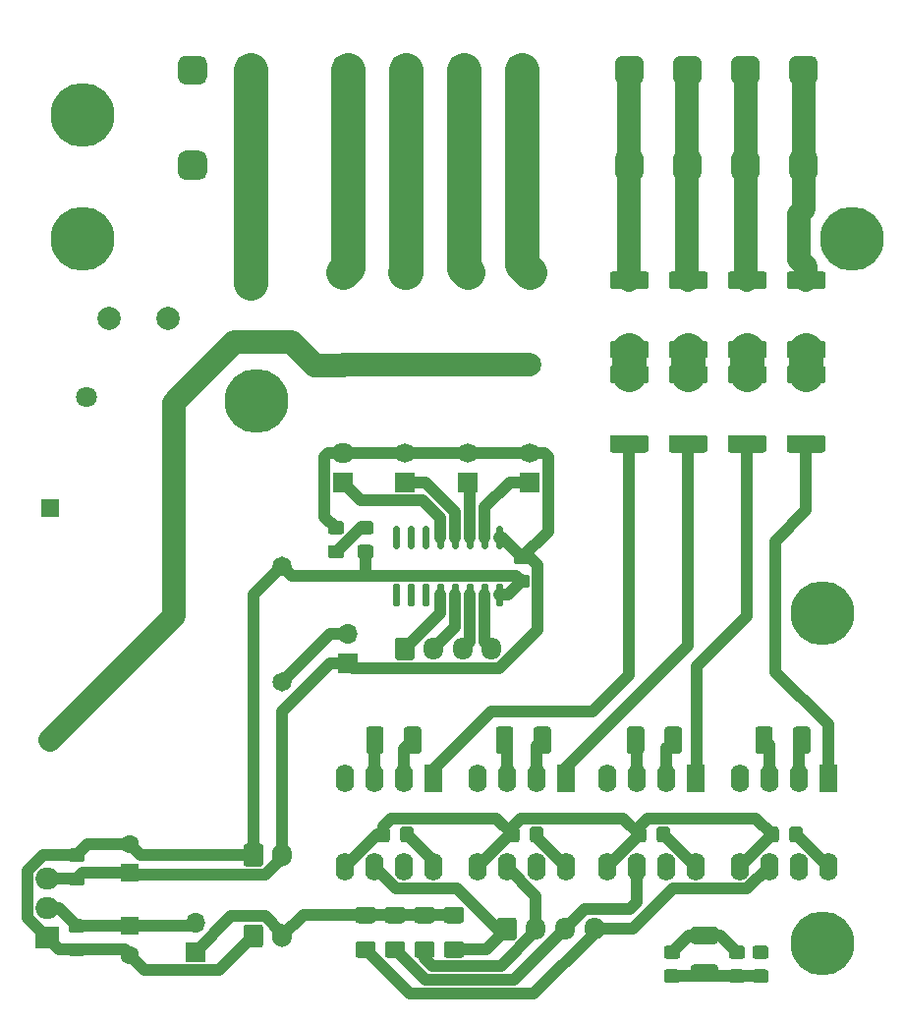
<source format=gbr>
G04 #@! TF.GenerationSoftware,KiCad,Pcbnew,(5.1.6)-1*
G04 #@! TF.CreationDate,2021-11-13T02:39:41+01:00*
G04 #@! TF.ProjectId,hamodule,68616d6f-6475-46c6-952e-6b696361645f,rev?*
G04 #@! TF.SameCoordinates,Original*
G04 #@! TF.FileFunction,Copper,L1,Top*
G04 #@! TF.FilePolarity,Positive*
%FSLAX46Y46*%
G04 Gerber Fmt 4.6, Leading zero omitted, Abs format (unit mm)*
G04 Created by KiCad (PCBNEW (5.1.6)-1) date 2021-11-13 02:39:41*
%MOMM*%
%LPD*%
G01*
G04 APERTURE LIST*
G04 #@! TA.AperFunction,ComponentPad*
%ADD10C,5.500000*%
G04 #@! TD*
G04 #@! TA.AperFunction,ComponentPad*
%ADD11R,1.700000X1.700000*%
G04 #@! TD*
G04 #@! TA.AperFunction,ComponentPad*
%ADD12O,1.950000X1.700000*%
G04 #@! TD*
G04 #@! TA.AperFunction,ComponentPad*
%ADD13C,2.000000*%
G04 #@! TD*
G04 #@! TA.AperFunction,ComponentPad*
%ADD14C,1.700000*%
G04 #@! TD*
G04 #@! TA.AperFunction,ComponentPad*
%ADD15C,1.600000*%
G04 #@! TD*
G04 #@! TA.AperFunction,ComponentPad*
%ADD16R,1.600000X1.600000*%
G04 #@! TD*
G04 #@! TA.AperFunction,ComponentPad*
%ADD17O,2.000000X1.905000*%
G04 #@! TD*
G04 #@! TA.AperFunction,ComponentPad*
%ADD18R,2.000000X1.905000*%
G04 #@! TD*
G04 #@! TA.AperFunction,ComponentPad*
%ADD19O,1.700000X1.950000*%
G04 #@! TD*
G04 #@! TA.AperFunction,ComponentPad*
%ADD20C,1.650000*%
G04 #@! TD*
G04 #@! TA.AperFunction,ComponentPad*
%ADD21R,1.650000X1.650000*%
G04 #@! TD*
G04 #@! TA.AperFunction,ComponentPad*
%ADD22O,1.700000X1.700000*%
G04 #@! TD*
G04 #@! TA.AperFunction,ComponentPad*
%ADD23O,1.700000X2.000000*%
G04 #@! TD*
G04 #@! TA.AperFunction,ComponentPad*
%ADD24C,1.800000*%
G04 #@! TD*
G04 #@! TA.AperFunction,ComponentPad*
%ADD25R,1.600000X2.400000*%
G04 #@! TD*
G04 #@! TA.AperFunction,ComponentPad*
%ADD26O,1.600000X2.400000*%
G04 #@! TD*
G04 #@! TA.AperFunction,Conductor*
%ADD27C,2.000000*%
G04 #@! TD*
G04 #@! TA.AperFunction,Conductor*
%ADD28C,1.000000*%
G04 #@! TD*
G04 #@! TA.AperFunction,Conductor*
%ADD29C,3.000000*%
G04 #@! TD*
G04 #@! TA.AperFunction,Conductor*
%ADD30C,0.250000*%
G04 #@! TD*
G04 APERTURE END LIST*
D10*
X132270500Y-74739500D03*
X198564500Y-85407500D03*
X132270500Y-85407500D03*
G04 #@! TA.AperFunction,ComponentPad*
G36*
G01*
X195637500Y-78432500D02*
X195637500Y-79682500D01*
G75*
G02*
X195012500Y-80307500I-625000J0D01*
G01*
X193762500Y-80307500D01*
G75*
G02*
X193137500Y-79682500I0J625000D01*
G01*
X193137500Y-78432500D01*
G75*
G02*
X193762500Y-77807500I625000J0D01*
G01*
X195012500Y-77807500D01*
G75*
G02*
X195637500Y-78432500I0J-625000D01*
G01*
G37*
G04 #@! TD.AperFunction*
G04 #@! TA.AperFunction,ComponentPad*
G36*
G01*
X190637500Y-78432500D02*
X190637500Y-79682500D01*
G75*
G02*
X190012500Y-80307500I-625000J0D01*
G01*
X188762500Y-80307500D01*
G75*
G02*
X188137500Y-79682500I0J625000D01*
G01*
X188137500Y-78432500D01*
G75*
G02*
X188762500Y-77807500I625000J0D01*
G01*
X190012500Y-77807500D01*
G75*
G02*
X190637500Y-78432500I0J-625000D01*
G01*
G37*
G04 #@! TD.AperFunction*
G04 #@! TA.AperFunction,ComponentPad*
G36*
G01*
X185637500Y-78432500D02*
X185637500Y-79682500D01*
G75*
G02*
X185012500Y-80307500I-625000J0D01*
G01*
X183762500Y-80307500D01*
G75*
G02*
X183137500Y-79682500I0J625000D01*
G01*
X183137500Y-78432500D01*
G75*
G02*
X183762500Y-77807500I625000J0D01*
G01*
X185012500Y-77807500D01*
G75*
G02*
X185637500Y-78432500I0J-625000D01*
G01*
G37*
G04 #@! TD.AperFunction*
G04 #@! TA.AperFunction,ComponentPad*
G36*
G01*
X180637500Y-78432500D02*
X180637500Y-79682500D01*
G75*
G02*
X180012500Y-80307500I-625000J0D01*
G01*
X178762500Y-80307500D01*
G75*
G02*
X178137500Y-79682500I0J625000D01*
G01*
X178137500Y-78432500D01*
G75*
G02*
X178762500Y-77807500I625000J0D01*
G01*
X180012500Y-77807500D01*
G75*
G02*
X180637500Y-78432500I0J-625000D01*
G01*
G37*
G04 #@! TD.AperFunction*
G04 #@! TA.AperFunction,ComponentPad*
G36*
G01*
X195637500Y-70232501D02*
X195637500Y-71482501D01*
G75*
G02*
X195012500Y-72107501I-625000J0D01*
G01*
X193762500Y-72107501D01*
G75*
G02*
X193137500Y-71482501I0J625000D01*
G01*
X193137500Y-70232501D01*
G75*
G02*
X193762500Y-69607501I625000J0D01*
G01*
X195012500Y-69607501D01*
G75*
G02*
X195637500Y-70232501I0J-625000D01*
G01*
G37*
G04 #@! TD.AperFunction*
G04 #@! TA.AperFunction,ComponentPad*
G36*
G01*
X190637500Y-70232501D02*
X190637500Y-71482501D01*
G75*
G02*
X190012500Y-72107501I-625000J0D01*
G01*
X188762500Y-72107501D01*
G75*
G02*
X188137500Y-71482501I0J625000D01*
G01*
X188137500Y-70232501D01*
G75*
G02*
X188762500Y-69607501I625000J0D01*
G01*
X190012500Y-69607501D01*
G75*
G02*
X190637500Y-70232501I0J-625000D01*
G01*
G37*
G04 #@! TD.AperFunction*
G04 #@! TA.AperFunction,ComponentPad*
G36*
G01*
X185637500Y-70232501D02*
X185637500Y-71482501D01*
G75*
G02*
X185012500Y-72107501I-625000J0D01*
G01*
X183762500Y-72107501D01*
G75*
G02*
X183137500Y-71482501I0J625000D01*
G01*
X183137500Y-70232501D01*
G75*
G02*
X183762500Y-69607501I625000J0D01*
G01*
X185012500Y-69607501D01*
G75*
G02*
X185637500Y-70232501I0J-625000D01*
G01*
G37*
G04 #@! TD.AperFunction*
G04 #@! TA.AperFunction,ComponentPad*
G36*
G01*
X180637500Y-70232501D02*
X180637500Y-71482501D01*
G75*
G02*
X180012500Y-72107501I-625000J0D01*
G01*
X178762500Y-72107501D01*
G75*
G02*
X178137500Y-71482501I0J625000D01*
G01*
X178137500Y-70232501D01*
G75*
G02*
X178762500Y-69607501I625000J0D01*
G01*
X180012500Y-69607501D01*
G75*
G02*
X180637500Y-70232501I0J-625000D01*
G01*
G37*
G04 #@! TD.AperFunction*
G04 #@! TA.AperFunction,ComponentPad*
G36*
G01*
X147998500Y-78432500D02*
X147998500Y-79682500D01*
G75*
G02*
X147373500Y-80307500I-625000J0D01*
G01*
X146123500Y-80307500D01*
G75*
G02*
X145498500Y-79682500I0J625000D01*
G01*
X145498500Y-78432500D01*
G75*
G02*
X146123500Y-77807500I625000J0D01*
G01*
X147373500Y-77807500D01*
G75*
G02*
X147998500Y-78432500I0J-625000D01*
G01*
G37*
G04 #@! TD.AperFunction*
G04 #@! TA.AperFunction,ComponentPad*
G36*
G01*
X142998500Y-78432500D02*
X142998500Y-79682500D01*
G75*
G02*
X142373500Y-80307500I-625000J0D01*
G01*
X141123500Y-80307500D01*
G75*
G02*
X140498500Y-79682500I0J625000D01*
G01*
X140498500Y-78432500D01*
G75*
G02*
X141123500Y-77807500I625000J0D01*
G01*
X142373500Y-77807500D01*
G75*
G02*
X142998500Y-78432500I0J-625000D01*
G01*
G37*
G04 #@! TD.AperFunction*
G04 #@! TA.AperFunction,ComponentPad*
G36*
G01*
X147998500Y-70232501D02*
X147998500Y-71482501D01*
G75*
G02*
X147373500Y-72107501I-625000J0D01*
G01*
X146123500Y-72107501D01*
G75*
G02*
X145498500Y-71482501I0J625000D01*
G01*
X145498500Y-70232501D01*
G75*
G02*
X146123500Y-69607501I625000J0D01*
G01*
X147373500Y-69607501D01*
G75*
G02*
X147998500Y-70232501I0J-625000D01*
G01*
G37*
G04 #@! TD.AperFunction*
G04 #@! TA.AperFunction,ComponentPad*
G36*
G01*
X142998500Y-70232501D02*
X142998500Y-71482501D01*
G75*
G02*
X142373500Y-72107501I-625000J0D01*
G01*
X141123500Y-72107501D01*
G75*
G02*
X140498500Y-71482501I0J625000D01*
G01*
X140498500Y-70232501D01*
G75*
G02*
X141123500Y-69607501I625000J0D01*
G01*
X142373500Y-69607501D01*
G75*
G02*
X142998500Y-70232501I0J-625000D01*
G01*
G37*
G04 #@! TD.AperFunction*
G04 #@! TA.AperFunction,ComponentPad*
G36*
G01*
X171366500Y-78432500D02*
X171366500Y-79682500D01*
G75*
G02*
X170741500Y-80307500I-625000J0D01*
G01*
X169491500Y-80307500D01*
G75*
G02*
X168866500Y-79682500I0J625000D01*
G01*
X168866500Y-78432500D01*
G75*
G02*
X169491500Y-77807500I625000J0D01*
G01*
X170741500Y-77807500D01*
G75*
G02*
X171366500Y-78432500I0J-625000D01*
G01*
G37*
G04 #@! TD.AperFunction*
G04 #@! TA.AperFunction,ComponentPad*
G36*
G01*
X166366500Y-78432500D02*
X166366500Y-79682500D01*
G75*
G02*
X165741500Y-80307500I-625000J0D01*
G01*
X164491500Y-80307500D01*
G75*
G02*
X163866500Y-79682500I0J625000D01*
G01*
X163866500Y-78432500D01*
G75*
G02*
X164491500Y-77807500I625000J0D01*
G01*
X165741500Y-77807500D01*
G75*
G02*
X166366500Y-78432500I0J-625000D01*
G01*
G37*
G04 #@! TD.AperFunction*
G04 #@! TA.AperFunction,ComponentPad*
G36*
G01*
X161366500Y-78432500D02*
X161366500Y-79682500D01*
G75*
G02*
X160741500Y-80307500I-625000J0D01*
G01*
X159491500Y-80307500D01*
G75*
G02*
X158866500Y-79682500I0J625000D01*
G01*
X158866500Y-78432500D01*
G75*
G02*
X159491500Y-77807500I625000J0D01*
G01*
X160741500Y-77807500D01*
G75*
G02*
X161366500Y-78432500I0J-625000D01*
G01*
G37*
G04 #@! TD.AperFunction*
G04 #@! TA.AperFunction,ComponentPad*
G36*
G01*
X156366500Y-78432500D02*
X156366500Y-79682500D01*
G75*
G02*
X155741500Y-80307500I-625000J0D01*
G01*
X154491500Y-80307500D01*
G75*
G02*
X153866500Y-79682500I0J625000D01*
G01*
X153866500Y-78432500D01*
G75*
G02*
X154491500Y-77807500I625000J0D01*
G01*
X155741500Y-77807500D01*
G75*
G02*
X156366500Y-78432500I0J-625000D01*
G01*
G37*
G04 #@! TD.AperFunction*
G04 #@! TA.AperFunction,ComponentPad*
G36*
G01*
X171366500Y-70232501D02*
X171366500Y-71482501D01*
G75*
G02*
X170741500Y-72107501I-625000J0D01*
G01*
X169491500Y-72107501D01*
G75*
G02*
X168866500Y-71482501I0J625000D01*
G01*
X168866500Y-70232501D01*
G75*
G02*
X169491500Y-69607501I625000J0D01*
G01*
X170741500Y-69607501D01*
G75*
G02*
X171366500Y-70232501I0J-625000D01*
G01*
G37*
G04 #@! TD.AperFunction*
G04 #@! TA.AperFunction,ComponentPad*
G36*
G01*
X166366500Y-70232501D02*
X166366500Y-71482501D01*
G75*
G02*
X165741500Y-72107501I-625000J0D01*
G01*
X164491500Y-72107501D01*
G75*
G02*
X163866500Y-71482501I0J625000D01*
G01*
X163866500Y-70232501D01*
G75*
G02*
X164491500Y-69607501I625000J0D01*
G01*
X165741500Y-69607501D01*
G75*
G02*
X166366500Y-70232501I0J-625000D01*
G01*
G37*
G04 #@! TD.AperFunction*
G04 #@! TA.AperFunction,ComponentPad*
G36*
G01*
X161366500Y-70232501D02*
X161366500Y-71482501D01*
G75*
G02*
X160741500Y-72107501I-625000J0D01*
G01*
X159491500Y-72107501D01*
G75*
G02*
X158866500Y-71482501I0J625000D01*
G01*
X158866500Y-70232501D01*
G75*
G02*
X159491500Y-69607501I625000J0D01*
G01*
X160741500Y-69607501D01*
G75*
G02*
X161366500Y-70232501I0J-625000D01*
G01*
G37*
G04 #@! TD.AperFunction*
G04 #@! TA.AperFunction,ComponentPad*
G36*
G01*
X156366500Y-70232501D02*
X156366500Y-71482501D01*
G75*
G02*
X155741500Y-72107501I-625000J0D01*
G01*
X154491500Y-72107501D01*
G75*
G02*
X153866500Y-71482501I0J625000D01*
G01*
X153866500Y-70232501D01*
G75*
G02*
X154491500Y-69607501I625000J0D01*
G01*
X155741500Y-69607501D01*
G75*
G02*
X156366500Y-70232501I0J-625000D01*
G01*
G37*
G04 #@! TD.AperFunction*
D11*
X154686000Y-106362500D03*
D12*
X154686000Y-103822500D03*
D13*
X154686000Y-96202500D03*
X154686000Y-88582500D03*
D11*
X170825500Y-106343001D03*
D14*
X170825500Y-103803001D03*
D13*
X170825500Y-96183001D03*
X170825500Y-88563001D03*
D11*
X165428000Y-106343001D03*
D14*
X165428000Y-103803001D03*
D13*
X165428000Y-96183001D03*
X165428000Y-88563001D03*
D11*
X160083500Y-106343001D03*
D14*
X160083500Y-103803001D03*
D13*
X160083500Y-96183001D03*
X160083500Y-88563001D03*
G04 #@! TA.AperFunction,SMDPad,CuDef*
G36*
G01*
X191140501Y-147432500D02*
X190240499Y-147432500D01*
G75*
G02*
X189990500Y-147182501I0J249999D01*
G01*
X189990500Y-146532499D01*
G75*
G02*
X190240499Y-146282500I249999J0D01*
G01*
X191140501Y-146282500D01*
G75*
G02*
X191390500Y-146532499I0J-249999D01*
G01*
X191390500Y-147182501D01*
G75*
G02*
X191140501Y-147432500I-249999J0D01*
G01*
G37*
G04 #@! TD.AperFunction*
G04 #@! TA.AperFunction,SMDPad,CuDef*
G36*
G01*
X191140501Y-149482500D02*
X190240499Y-149482500D01*
G75*
G02*
X189990500Y-149232501I0J249999D01*
G01*
X189990500Y-148582499D01*
G75*
G02*
X190240499Y-148332500I249999J0D01*
G01*
X191140501Y-148332500D01*
G75*
G02*
X191390500Y-148582499I0J-249999D01*
G01*
X191390500Y-149232501D01*
G75*
G02*
X191140501Y-149482500I-249999J0D01*
G01*
G37*
G04 #@! TD.AperFunction*
G04 #@! TA.AperFunction,SMDPad,CuDef*
G36*
G01*
X182620499Y-148332500D02*
X183520501Y-148332500D01*
G75*
G02*
X183770500Y-148582499I0J-249999D01*
G01*
X183770500Y-149232501D01*
G75*
G02*
X183520501Y-149482500I-249999J0D01*
G01*
X182620499Y-149482500D01*
G75*
G02*
X182370500Y-149232501I0J249999D01*
G01*
X182370500Y-148582499D01*
G75*
G02*
X182620499Y-148332500I249999J0D01*
G01*
G37*
G04 #@! TD.AperFunction*
G04 #@! TA.AperFunction,SMDPad,CuDef*
G36*
G01*
X182620499Y-146282500D02*
X183520501Y-146282500D01*
G75*
G02*
X183770500Y-146532499I0J-249999D01*
G01*
X183770500Y-147182501D01*
G75*
G02*
X183520501Y-147432500I-249999J0D01*
G01*
X182620499Y-147432500D01*
G75*
G02*
X182370500Y-147182501I0J249999D01*
G01*
X182370500Y-146532499D01*
G75*
G02*
X182620499Y-146282500I249999J0D01*
G01*
G37*
G04 #@! TD.AperFunction*
G04 #@! TA.AperFunction,SMDPad,CuDef*
G36*
G01*
X184939500Y-147903500D02*
X186789500Y-147903500D01*
G75*
G02*
X187039500Y-148153500I0J-250000D01*
G01*
X187039500Y-149153500D01*
G75*
G02*
X186789500Y-149403500I-250000J0D01*
G01*
X184939500Y-149403500D01*
G75*
G02*
X184689500Y-149153500I0J250000D01*
G01*
X184689500Y-148153500D01*
G75*
G02*
X184939500Y-147903500I250000J0D01*
G01*
G37*
G04 #@! TD.AperFunction*
G04 #@! TA.AperFunction,SMDPad,CuDef*
G36*
G01*
X184939500Y-144653500D02*
X186789500Y-144653500D01*
G75*
G02*
X187039500Y-144903500I0J-250000D01*
G01*
X187039500Y-145903500D01*
G75*
G02*
X186789500Y-146153500I-250000J0D01*
G01*
X184939500Y-146153500D01*
G75*
G02*
X184689500Y-145903500I0J250000D01*
G01*
X184689500Y-144903500D01*
G75*
G02*
X184939500Y-144653500I250000J0D01*
G01*
G37*
G04 #@! TD.AperFunction*
G04 #@! TA.AperFunction,SMDPad,CuDef*
G36*
G01*
X189108501Y-147432500D02*
X188208499Y-147432500D01*
G75*
G02*
X187958500Y-147182501I0J249999D01*
G01*
X187958500Y-146532499D01*
G75*
G02*
X188208499Y-146282500I249999J0D01*
G01*
X189108501Y-146282500D01*
G75*
G02*
X189358500Y-146532499I0J-249999D01*
G01*
X189358500Y-147182501D01*
G75*
G02*
X189108501Y-147432500I-249999J0D01*
G01*
G37*
G04 #@! TD.AperFunction*
G04 #@! TA.AperFunction,SMDPad,CuDef*
G36*
G01*
X189108501Y-149482500D02*
X188208499Y-149482500D01*
G75*
G02*
X187958500Y-149232501I0J249999D01*
G01*
X187958500Y-148582499D01*
G75*
G02*
X188208499Y-148332500I249999J0D01*
G01*
X189108501Y-148332500D01*
G75*
G02*
X189358500Y-148582499I0J-249999D01*
G01*
X189358500Y-149232501D01*
G75*
G02*
X189108501Y-149482500I-249999J0D01*
G01*
G37*
G04 #@! TD.AperFunction*
G04 #@! TA.AperFunction,SMDPad,CuDef*
G36*
G01*
X132212501Y-139068500D02*
X131312499Y-139068500D01*
G75*
G02*
X131062500Y-138818501I0J249999D01*
G01*
X131062500Y-138168499D01*
G75*
G02*
X131312499Y-137918500I249999J0D01*
G01*
X132212501Y-137918500D01*
G75*
G02*
X132462500Y-138168499I0J-249999D01*
G01*
X132462500Y-138818501D01*
G75*
G02*
X132212501Y-139068500I-249999J0D01*
G01*
G37*
G04 #@! TD.AperFunction*
G04 #@! TA.AperFunction,SMDPad,CuDef*
G36*
G01*
X132212501Y-141118500D02*
X131312499Y-141118500D01*
G75*
G02*
X131062500Y-140868501I0J249999D01*
G01*
X131062500Y-140218499D01*
G75*
G02*
X131312499Y-139968500I249999J0D01*
G01*
X132212501Y-139968500D01*
G75*
G02*
X132462500Y-140218499I0J-249999D01*
G01*
X132462500Y-140868501D01*
G75*
G02*
X132212501Y-141118500I-249999J0D01*
G01*
G37*
G04 #@! TD.AperFunction*
G04 #@! TA.AperFunction,SMDPad,CuDef*
G36*
G01*
X131312499Y-146064500D02*
X132212501Y-146064500D01*
G75*
G02*
X132462500Y-146314499I0J-249999D01*
G01*
X132462500Y-146964501D01*
G75*
G02*
X132212501Y-147214500I-249999J0D01*
G01*
X131312499Y-147214500D01*
G75*
G02*
X131062500Y-146964501I0J249999D01*
G01*
X131062500Y-146314499D01*
G75*
G02*
X131312499Y-146064500I249999J0D01*
G01*
G37*
G04 #@! TD.AperFunction*
G04 #@! TA.AperFunction,SMDPad,CuDef*
G36*
G01*
X131312499Y-144014500D02*
X132212501Y-144014500D01*
G75*
G02*
X132462500Y-144264499I0J-249999D01*
G01*
X132462500Y-144914501D01*
G75*
G02*
X132212501Y-145164500I-249999J0D01*
G01*
X131312499Y-145164500D01*
G75*
G02*
X131062500Y-144914501I0J249999D01*
G01*
X131062500Y-144264499D01*
G75*
G02*
X131312499Y-144014500I249999J0D01*
G01*
G37*
G04 #@! TD.AperFunction*
D15*
X136334500Y-147089500D03*
D16*
X136334500Y-144589500D03*
D15*
X136334500Y-137517500D03*
D16*
X136334500Y-140017500D03*
D17*
X129222500Y-140525500D03*
X129222500Y-143065500D03*
D18*
X129222500Y-145605500D03*
D19*
X176346500Y-144843500D03*
X173846500Y-144843500D03*
X171346500Y-144843500D03*
G04 #@! TA.AperFunction,ComponentPad*
G36*
G01*
X167996500Y-145568500D02*
X167996500Y-144118500D01*
G75*
G02*
X168246500Y-143868500I250000J0D01*
G01*
X169446500Y-143868500D01*
G75*
G02*
X169696500Y-144118500I0J-250000D01*
G01*
X169696500Y-145568500D01*
G75*
G02*
X169446500Y-145818500I-250000J0D01*
G01*
X168246500Y-145818500D01*
G75*
G02*
X167996500Y-145568500I0J250000D01*
G01*
G37*
G04 #@! TD.AperFunction*
G04 #@! TA.AperFunction,SMDPad,CuDef*
G36*
G01*
X157104501Y-110856500D02*
X156204499Y-110856500D01*
G75*
G02*
X155954500Y-110606501I0J249999D01*
G01*
X155954500Y-109956499D01*
G75*
G02*
X156204499Y-109706500I249999J0D01*
G01*
X157104501Y-109706500D01*
G75*
G02*
X157354500Y-109956499I0J-249999D01*
G01*
X157354500Y-110606501D01*
G75*
G02*
X157104501Y-110856500I-249999J0D01*
G01*
G37*
G04 #@! TD.AperFunction*
G04 #@! TA.AperFunction,SMDPad,CuDef*
G36*
G01*
X157104501Y-112906500D02*
X156204499Y-112906500D01*
G75*
G02*
X155954500Y-112656501I0J249999D01*
G01*
X155954500Y-112006499D01*
G75*
G02*
X156204499Y-111756500I249999J0D01*
G01*
X157104501Y-111756500D01*
G75*
G02*
X157354500Y-112006499I0J-249999D01*
G01*
X157354500Y-112656501D01*
G75*
G02*
X157104501Y-112906500I-249999J0D01*
G01*
G37*
G04 #@! TD.AperFunction*
G04 #@! TA.AperFunction,SMDPad,CuDef*
G36*
G01*
X154564501Y-110865500D02*
X153664499Y-110865500D01*
G75*
G02*
X153414500Y-110615501I0J249999D01*
G01*
X153414500Y-109965499D01*
G75*
G02*
X153664499Y-109715500I249999J0D01*
G01*
X154564501Y-109715500D01*
G75*
G02*
X154814500Y-109965499I0J-249999D01*
G01*
X154814500Y-110615501D01*
G75*
G02*
X154564501Y-110865500I-249999J0D01*
G01*
G37*
G04 #@! TD.AperFunction*
G04 #@! TA.AperFunction,SMDPad,CuDef*
G36*
G01*
X154564501Y-112915500D02*
X153664499Y-112915500D01*
G75*
G02*
X153414500Y-112665501I0J249999D01*
G01*
X153414500Y-112015499D01*
G75*
G02*
X153664499Y-111765500I249999J0D01*
G01*
X154564501Y-111765500D01*
G75*
G02*
X154814500Y-112015499I0J-249999D01*
G01*
X154814500Y-112665501D01*
G75*
G02*
X154564501Y-112915500I-249999J0D01*
G01*
G37*
G04 #@! TD.AperFunction*
G04 #@! TA.AperFunction,SMDPad,CuDef*
G36*
G01*
X169666499Y-114314500D02*
X170566501Y-114314500D01*
G75*
G02*
X170816500Y-114564499I0J-249999D01*
G01*
X170816500Y-115214501D01*
G75*
G02*
X170566501Y-115464500I-249999J0D01*
G01*
X169666499Y-115464500D01*
G75*
G02*
X169416500Y-115214501I0J249999D01*
G01*
X169416500Y-114564499D01*
G75*
G02*
X169666499Y-114314500I249999J0D01*
G01*
G37*
G04 #@! TD.AperFunction*
G04 #@! TA.AperFunction,SMDPad,CuDef*
G36*
G01*
X169666499Y-112264500D02*
X170566501Y-112264500D01*
G75*
G02*
X170816500Y-112514499I0J-249999D01*
G01*
X170816500Y-113164501D01*
G75*
G02*
X170566501Y-113414500I-249999J0D01*
G01*
X169666499Y-113414500D01*
G75*
G02*
X169416500Y-113164501I0J249999D01*
G01*
X169416500Y-112514499D01*
G75*
G02*
X169666499Y-112264500I249999J0D01*
G01*
G37*
G04 #@! TD.AperFunction*
G04 #@! TA.AperFunction,SMDPad,CuDef*
G36*
G01*
X157279500Y-144359000D02*
X156029500Y-144359000D01*
G75*
G02*
X155779500Y-144109000I0J250000D01*
G01*
X155779500Y-143184000D01*
G75*
G02*
X156029500Y-142934000I250000J0D01*
G01*
X157279500Y-142934000D01*
G75*
G02*
X157529500Y-143184000I0J-250000D01*
G01*
X157529500Y-144109000D01*
G75*
G02*
X157279500Y-144359000I-250000J0D01*
G01*
G37*
G04 #@! TD.AperFunction*
G04 #@! TA.AperFunction,SMDPad,CuDef*
G36*
G01*
X157279500Y-147334000D02*
X156029500Y-147334000D01*
G75*
G02*
X155779500Y-147084000I0J250000D01*
G01*
X155779500Y-146159000D01*
G75*
G02*
X156029500Y-145909000I250000J0D01*
G01*
X157279500Y-145909000D01*
G75*
G02*
X157529500Y-146159000I0J-250000D01*
G01*
X157529500Y-147084000D01*
G75*
G02*
X157279500Y-147334000I-250000J0D01*
G01*
G37*
G04 #@! TD.AperFunction*
G04 #@! TA.AperFunction,SMDPad,CuDef*
G36*
G01*
X159819500Y-144359000D02*
X158569500Y-144359000D01*
G75*
G02*
X158319500Y-144109000I0J250000D01*
G01*
X158319500Y-143184000D01*
G75*
G02*
X158569500Y-142934000I250000J0D01*
G01*
X159819500Y-142934000D01*
G75*
G02*
X160069500Y-143184000I0J-250000D01*
G01*
X160069500Y-144109000D01*
G75*
G02*
X159819500Y-144359000I-250000J0D01*
G01*
G37*
G04 #@! TD.AperFunction*
G04 #@! TA.AperFunction,SMDPad,CuDef*
G36*
G01*
X159819500Y-147334000D02*
X158569500Y-147334000D01*
G75*
G02*
X158319500Y-147084000I0J250000D01*
G01*
X158319500Y-146159000D01*
G75*
G02*
X158569500Y-145909000I250000J0D01*
G01*
X159819500Y-145909000D01*
G75*
G02*
X160069500Y-146159000I0J-250000D01*
G01*
X160069500Y-147084000D01*
G75*
G02*
X159819500Y-147334000I-250000J0D01*
G01*
G37*
G04 #@! TD.AperFunction*
G04 #@! TA.AperFunction,SMDPad,CuDef*
G36*
G01*
X162359500Y-144359000D02*
X161109500Y-144359000D01*
G75*
G02*
X160859500Y-144109000I0J250000D01*
G01*
X160859500Y-143184000D01*
G75*
G02*
X161109500Y-142934000I250000J0D01*
G01*
X162359500Y-142934000D01*
G75*
G02*
X162609500Y-143184000I0J-250000D01*
G01*
X162609500Y-144109000D01*
G75*
G02*
X162359500Y-144359000I-250000J0D01*
G01*
G37*
G04 #@! TD.AperFunction*
G04 #@! TA.AperFunction,SMDPad,CuDef*
G36*
G01*
X162359500Y-147334000D02*
X161109500Y-147334000D01*
G75*
G02*
X160859500Y-147084000I0J250000D01*
G01*
X160859500Y-146159000D01*
G75*
G02*
X161109500Y-145909000I250000J0D01*
G01*
X162359500Y-145909000D01*
G75*
G02*
X162609500Y-146159000I0J-250000D01*
G01*
X162609500Y-147084000D01*
G75*
G02*
X162359500Y-147334000I-250000J0D01*
G01*
G37*
G04 #@! TD.AperFunction*
G04 #@! TA.AperFunction,SMDPad,CuDef*
G36*
G01*
X164899500Y-144359000D02*
X163649500Y-144359000D01*
G75*
G02*
X163399500Y-144109000I0J250000D01*
G01*
X163399500Y-143184000D01*
G75*
G02*
X163649500Y-142934000I250000J0D01*
G01*
X164899500Y-142934000D01*
G75*
G02*
X165149500Y-143184000I0J-250000D01*
G01*
X165149500Y-144109000D01*
G75*
G02*
X164899500Y-144359000I-250000J0D01*
G01*
G37*
G04 #@! TD.AperFunction*
G04 #@! TA.AperFunction,SMDPad,CuDef*
G36*
G01*
X164899500Y-147334000D02*
X163649500Y-147334000D01*
G75*
G02*
X163399500Y-147084000I0J250000D01*
G01*
X163399500Y-146159000D01*
G75*
G02*
X163649500Y-145909000I250000J0D01*
G01*
X164899500Y-145909000D01*
G75*
G02*
X165149500Y-146159000I0J-250000D01*
G01*
X165149500Y-147084000D01*
G75*
G02*
X164899500Y-147334000I-250000J0D01*
G01*
G37*
G04 #@! TD.AperFunction*
D20*
X149476500Y-113587500D03*
X149476500Y-123587500D03*
X129476500Y-128587500D03*
D21*
X129476500Y-108587500D03*
G04 #@! TA.AperFunction,SMDPad,CuDef*
G36*
G01*
X159471500Y-117051500D02*
X159171500Y-117051500D01*
G75*
G02*
X159021500Y-116901500I0J150000D01*
G01*
X159021500Y-115251500D01*
G75*
G02*
X159171500Y-115101500I150000J0D01*
G01*
X159471500Y-115101500D01*
G75*
G02*
X159621500Y-115251500I0J-150000D01*
G01*
X159621500Y-116901500D01*
G75*
G02*
X159471500Y-117051500I-150000J0D01*
G01*
G37*
G04 #@! TD.AperFunction*
G04 #@! TA.AperFunction,SMDPad,CuDef*
G36*
G01*
X160741500Y-117051500D02*
X160441500Y-117051500D01*
G75*
G02*
X160291500Y-116901500I0J150000D01*
G01*
X160291500Y-115251500D01*
G75*
G02*
X160441500Y-115101500I150000J0D01*
G01*
X160741500Y-115101500D01*
G75*
G02*
X160891500Y-115251500I0J-150000D01*
G01*
X160891500Y-116901500D01*
G75*
G02*
X160741500Y-117051500I-150000J0D01*
G01*
G37*
G04 #@! TD.AperFunction*
G04 #@! TA.AperFunction,SMDPad,CuDef*
G36*
G01*
X162011500Y-117051500D02*
X161711500Y-117051500D01*
G75*
G02*
X161561500Y-116901500I0J150000D01*
G01*
X161561500Y-115251500D01*
G75*
G02*
X161711500Y-115101500I150000J0D01*
G01*
X162011500Y-115101500D01*
G75*
G02*
X162161500Y-115251500I0J-150000D01*
G01*
X162161500Y-116901500D01*
G75*
G02*
X162011500Y-117051500I-150000J0D01*
G01*
G37*
G04 #@! TD.AperFunction*
G04 #@! TA.AperFunction,SMDPad,CuDef*
G36*
G01*
X163281500Y-117051500D02*
X162981500Y-117051500D01*
G75*
G02*
X162831500Y-116901500I0J150000D01*
G01*
X162831500Y-115251500D01*
G75*
G02*
X162981500Y-115101500I150000J0D01*
G01*
X163281500Y-115101500D01*
G75*
G02*
X163431500Y-115251500I0J-150000D01*
G01*
X163431500Y-116901500D01*
G75*
G02*
X163281500Y-117051500I-150000J0D01*
G01*
G37*
G04 #@! TD.AperFunction*
G04 #@! TA.AperFunction,SMDPad,CuDef*
G36*
G01*
X164551500Y-117051500D02*
X164251500Y-117051500D01*
G75*
G02*
X164101500Y-116901500I0J150000D01*
G01*
X164101500Y-115251500D01*
G75*
G02*
X164251500Y-115101500I150000J0D01*
G01*
X164551500Y-115101500D01*
G75*
G02*
X164701500Y-115251500I0J-150000D01*
G01*
X164701500Y-116901500D01*
G75*
G02*
X164551500Y-117051500I-150000J0D01*
G01*
G37*
G04 #@! TD.AperFunction*
G04 #@! TA.AperFunction,SMDPad,CuDef*
G36*
G01*
X165821500Y-117051500D02*
X165521500Y-117051500D01*
G75*
G02*
X165371500Y-116901500I0J150000D01*
G01*
X165371500Y-115251500D01*
G75*
G02*
X165521500Y-115101500I150000J0D01*
G01*
X165821500Y-115101500D01*
G75*
G02*
X165971500Y-115251500I0J-150000D01*
G01*
X165971500Y-116901500D01*
G75*
G02*
X165821500Y-117051500I-150000J0D01*
G01*
G37*
G04 #@! TD.AperFunction*
G04 #@! TA.AperFunction,SMDPad,CuDef*
G36*
G01*
X167091500Y-117051500D02*
X166791500Y-117051500D01*
G75*
G02*
X166641500Y-116901500I0J150000D01*
G01*
X166641500Y-115251500D01*
G75*
G02*
X166791500Y-115101500I150000J0D01*
G01*
X167091500Y-115101500D01*
G75*
G02*
X167241500Y-115251500I0J-150000D01*
G01*
X167241500Y-116901500D01*
G75*
G02*
X167091500Y-117051500I-150000J0D01*
G01*
G37*
G04 #@! TD.AperFunction*
G04 #@! TA.AperFunction,SMDPad,CuDef*
G36*
G01*
X168361500Y-117051500D02*
X168061500Y-117051500D01*
G75*
G02*
X167911500Y-116901500I0J150000D01*
G01*
X167911500Y-115251500D01*
G75*
G02*
X168061500Y-115101500I150000J0D01*
G01*
X168361500Y-115101500D01*
G75*
G02*
X168511500Y-115251500I0J-150000D01*
G01*
X168511500Y-116901500D01*
G75*
G02*
X168361500Y-117051500I-150000J0D01*
G01*
G37*
G04 #@! TD.AperFunction*
G04 #@! TA.AperFunction,SMDPad,CuDef*
G36*
G01*
X168361500Y-112101500D02*
X168061500Y-112101500D01*
G75*
G02*
X167911500Y-111951500I0J150000D01*
G01*
X167911500Y-110301500D01*
G75*
G02*
X168061500Y-110151500I150000J0D01*
G01*
X168361500Y-110151500D01*
G75*
G02*
X168511500Y-110301500I0J-150000D01*
G01*
X168511500Y-111951500D01*
G75*
G02*
X168361500Y-112101500I-150000J0D01*
G01*
G37*
G04 #@! TD.AperFunction*
G04 #@! TA.AperFunction,SMDPad,CuDef*
G36*
G01*
X167091500Y-112101500D02*
X166791500Y-112101500D01*
G75*
G02*
X166641500Y-111951500I0J150000D01*
G01*
X166641500Y-110301500D01*
G75*
G02*
X166791500Y-110151500I150000J0D01*
G01*
X167091500Y-110151500D01*
G75*
G02*
X167241500Y-110301500I0J-150000D01*
G01*
X167241500Y-111951500D01*
G75*
G02*
X167091500Y-112101500I-150000J0D01*
G01*
G37*
G04 #@! TD.AperFunction*
G04 #@! TA.AperFunction,SMDPad,CuDef*
G36*
G01*
X165821500Y-112101500D02*
X165521500Y-112101500D01*
G75*
G02*
X165371500Y-111951500I0J150000D01*
G01*
X165371500Y-110301500D01*
G75*
G02*
X165521500Y-110151500I150000J0D01*
G01*
X165821500Y-110151500D01*
G75*
G02*
X165971500Y-110301500I0J-150000D01*
G01*
X165971500Y-111951500D01*
G75*
G02*
X165821500Y-112101500I-150000J0D01*
G01*
G37*
G04 #@! TD.AperFunction*
G04 #@! TA.AperFunction,SMDPad,CuDef*
G36*
G01*
X164551500Y-112101500D02*
X164251500Y-112101500D01*
G75*
G02*
X164101500Y-111951500I0J150000D01*
G01*
X164101500Y-110301500D01*
G75*
G02*
X164251500Y-110151500I150000J0D01*
G01*
X164551500Y-110151500D01*
G75*
G02*
X164701500Y-110301500I0J-150000D01*
G01*
X164701500Y-111951500D01*
G75*
G02*
X164551500Y-112101500I-150000J0D01*
G01*
G37*
G04 #@! TD.AperFunction*
G04 #@! TA.AperFunction,SMDPad,CuDef*
G36*
G01*
X163281500Y-112101500D02*
X162981500Y-112101500D01*
G75*
G02*
X162831500Y-111951500I0J150000D01*
G01*
X162831500Y-110301500D01*
G75*
G02*
X162981500Y-110151500I150000J0D01*
G01*
X163281500Y-110151500D01*
G75*
G02*
X163431500Y-110301500I0J-150000D01*
G01*
X163431500Y-111951500D01*
G75*
G02*
X163281500Y-112101500I-150000J0D01*
G01*
G37*
G04 #@! TD.AperFunction*
G04 #@! TA.AperFunction,SMDPad,CuDef*
G36*
G01*
X162011500Y-112101500D02*
X161711500Y-112101500D01*
G75*
G02*
X161561500Y-111951500I0J150000D01*
G01*
X161561500Y-110301500D01*
G75*
G02*
X161711500Y-110151500I150000J0D01*
G01*
X162011500Y-110151500D01*
G75*
G02*
X162161500Y-110301500I0J-150000D01*
G01*
X162161500Y-111951500D01*
G75*
G02*
X162011500Y-112101500I-150000J0D01*
G01*
G37*
G04 #@! TD.AperFunction*
G04 #@! TA.AperFunction,SMDPad,CuDef*
G36*
G01*
X160741500Y-112101500D02*
X160441500Y-112101500D01*
G75*
G02*
X160291500Y-111951500I0J150000D01*
G01*
X160291500Y-110301500D01*
G75*
G02*
X160441500Y-110151500I150000J0D01*
G01*
X160741500Y-110151500D01*
G75*
G02*
X160891500Y-110301500I0J-150000D01*
G01*
X160891500Y-111951500D01*
G75*
G02*
X160741500Y-112101500I-150000J0D01*
G01*
G37*
G04 #@! TD.AperFunction*
G04 #@! TA.AperFunction,SMDPad,CuDef*
G36*
G01*
X159471500Y-112101500D02*
X159171500Y-112101500D01*
G75*
G02*
X159021500Y-111951500I0J150000D01*
G01*
X159021500Y-110301500D01*
G75*
G02*
X159171500Y-110151500I150000J0D01*
G01*
X159471500Y-110151500D01*
G75*
G02*
X159621500Y-110301500I0J-150000D01*
G01*
X159621500Y-111951500D01*
G75*
G02*
X159471500Y-112101500I-150000J0D01*
G01*
G37*
G04 #@! TD.AperFunction*
G04 #@! TA.AperFunction,SMDPad,CuDef*
G36*
G01*
X191746500Y-127662500D02*
X191746500Y-129512500D01*
G75*
G02*
X191496500Y-129762500I-250000J0D01*
G01*
X190496500Y-129762500D01*
G75*
G02*
X190246500Y-129512500I0J250000D01*
G01*
X190246500Y-127662500D01*
G75*
G02*
X190496500Y-127412500I250000J0D01*
G01*
X191496500Y-127412500D01*
G75*
G02*
X191746500Y-127662500I0J-250000D01*
G01*
G37*
G04 #@! TD.AperFunction*
G04 #@! TA.AperFunction,SMDPad,CuDef*
G36*
G01*
X194996500Y-127662500D02*
X194996500Y-129512500D01*
G75*
G02*
X194746500Y-129762500I-250000J0D01*
G01*
X193746500Y-129762500D01*
G75*
G02*
X193496500Y-129512500I0J250000D01*
G01*
X193496500Y-127662500D01*
G75*
G02*
X193746500Y-127412500I250000J0D01*
G01*
X194746500Y-127412500D01*
G75*
G02*
X194996500Y-127662500I0J-250000D01*
G01*
G37*
G04 #@! TD.AperFunction*
G04 #@! TA.AperFunction,SMDPad,CuDef*
G36*
G01*
X180671500Y-127662500D02*
X180671500Y-129512500D01*
G75*
G02*
X180421500Y-129762500I-250000J0D01*
G01*
X179421500Y-129762500D01*
G75*
G02*
X179171500Y-129512500I0J250000D01*
G01*
X179171500Y-127662500D01*
G75*
G02*
X179421500Y-127412500I250000J0D01*
G01*
X180421500Y-127412500D01*
G75*
G02*
X180671500Y-127662500I0J-250000D01*
G01*
G37*
G04 #@! TD.AperFunction*
G04 #@! TA.AperFunction,SMDPad,CuDef*
G36*
G01*
X183921500Y-127662500D02*
X183921500Y-129512500D01*
G75*
G02*
X183671500Y-129762500I-250000J0D01*
G01*
X182671500Y-129762500D01*
G75*
G02*
X182421500Y-129512500I0J250000D01*
G01*
X182421500Y-127662500D01*
G75*
G02*
X182671500Y-127412500I250000J0D01*
G01*
X183671500Y-127412500D01*
G75*
G02*
X183921500Y-127662500I0J-250000D01*
G01*
G37*
G04 #@! TD.AperFunction*
G04 #@! TA.AperFunction,SMDPad,CuDef*
G36*
G01*
X169394500Y-127662500D02*
X169394500Y-129512500D01*
G75*
G02*
X169144500Y-129762500I-250000J0D01*
G01*
X168144500Y-129762500D01*
G75*
G02*
X167894500Y-129512500I0J250000D01*
G01*
X167894500Y-127662500D01*
G75*
G02*
X168144500Y-127412500I250000J0D01*
G01*
X169144500Y-127412500D01*
G75*
G02*
X169394500Y-127662500I0J-250000D01*
G01*
G37*
G04 #@! TD.AperFunction*
G04 #@! TA.AperFunction,SMDPad,CuDef*
G36*
G01*
X172644500Y-127662500D02*
X172644500Y-129512500D01*
G75*
G02*
X172394500Y-129762500I-250000J0D01*
G01*
X171394500Y-129762500D01*
G75*
G02*
X171144500Y-129512500I0J250000D01*
G01*
X171144500Y-127662500D01*
G75*
G02*
X171394500Y-127412500I250000J0D01*
G01*
X172394500Y-127412500D01*
G75*
G02*
X172644500Y-127662500I0J-250000D01*
G01*
G37*
G04 #@! TD.AperFunction*
G04 #@! TA.AperFunction,SMDPad,CuDef*
G36*
G01*
X158218500Y-127662500D02*
X158218500Y-129512500D01*
G75*
G02*
X157968500Y-129762500I-250000J0D01*
G01*
X156968500Y-129762500D01*
G75*
G02*
X156718500Y-129512500I0J250000D01*
G01*
X156718500Y-127662500D01*
G75*
G02*
X156968500Y-127412500I250000J0D01*
G01*
X157968500Y-127412500D01*
G75*
G02*
X158218500Y-127662500I0J-250000D01*
G01*
G37*
G04 #@! TD.AperFunction*
G04 #@! TA.AperFunction,SMDPad,CuDef*
G36*
G01*
X161468500Y-127662500D02*
X161468500Y-129512500D01*
G75*
G02*
X161218500Y-129762500I-250000J0D01*
G01*
X160218500Y-129762500D01*
G75*
G02*
X159968500Y-129512500I0J250000D01*
G01*
X159968500Y-127662500D01*
G75*
G02*
X160218500Y-127412500I250000J0D01*
G01*
X161218500Y-127412500D01*
G75*
G02*
X161468500Y-127662500I0J-250000D01*
G01*
G37*
G04 #@! TD.AperFunction*
D13*
X139636500Y-92265500D03*
X134556500Y-92265500D03*
G04 #@! TA.AperFunction,SMDPad,CuDef*
G36*
G01*
X193202499Y-94176000D02*
X196052501Y-94176000D01*
G75*
G02*
X196302500Y-94425999I0J-249999D01*
G01*
X196302500Y-95451001D01*
G75*
G02*
X196052501Y-95701000I-249999J0D01*
G01*
X193202499Y-95701000D01*
G75*
G02*
X192952500Y-95451001I0J249999D01*
G01*
X192952500Y-94425999D01*
G75*
G02*
X193202499Y-94176000I249999J0D01*
G01*
G37*
G04 #@! TD.AperFunction*
G04 #@! TA.AperFunction,SMDPad,CuDef*
G36*
G01*
X193202499Y-88201000D02*
X196052501Y-88201000D01*
G75*
G02*
X196302500Y-88450999I0J-249999D01*
G01*
X196302500Y-89476001D01*
G75*
G02*
X196052501Y-89726000I-249999J0D01*
G01*
X193202499Y-89726000D01*
G75*
G02*
X192952500Y-89476001I0J249999D01*
G01*
X192952500Y-88450999D01*
G75*
G02*
X193202499Y-88201000I249999J0D01*
G01*
G37*
G04 #@! TD.AperFunction*
G04 #@! TA.AperFunction,SMDPad,CuDef*
G36*
G01*
X188122499Y-94176000D02*
X190972501Y-94176000D01*
G75*
G02*
X191222500Y-94425999I0J-249999D01*
G01*
X191222500Y-95451001D01*
G75*
G02*
X190972501Y-95701000I-249999J0D01*
G01*
X188122499Y-95701000D01*
G75*
G02*
X187872500Y-95451001I0J249999D01*
G01*
X187872500Y-94425999D01*
G75*
G02*
X188122499Y-94176000I249999J0D01*
G01*
G37*
G04 #@! TD.AperFunction*
G04 #@! TA.AperFunction,SMDPad,CuDef*
G36*
G01*
X188122499Y-88201000D02*
X190972501Y-88201000D01*
G75*
G02*
X191222500Y-88450999I0J-249999D01*
G01*
X191222500Y-89476001D01*
G75*
G02*
X190972501Y-89726000I-249999J0D01*
G01*
X188122499Y-89726000D01*
G75*
G02*
X187872500Y-89476001I0J249999D01*
G01*
X187872500Y-88450999D01*
G75*
G02*
X188122499Y-88201000I249999J0D01*
G01*
G37*
G04 #@! TD.AperFunction*
G04 #@! TA.AperFunction,SMDPad,CuDef*
G36*
G01*
X183042499Y-94176000D02*
X185892501Y-94176000D01*
G75*
G02*
X186142500Y-94425999I0J-249999D01*
G01*
X186142500Y-95451001D01*
G75*
G02*
X185892501Y-95701000I-249999J0D01*
G01*
X183042499Y-95701000D01*
G75*
G02*
X182792500Y-95451001I0J249999D01*
G01*
X182792500Y-94425999D01*
G75*
G02*
X183042499Y-94176000I249999J0D01*
G01*
G37*
G04 #@! TD.AperFunction*
G04 #@! TA.AperFunction,SMDPad,CuDef*
G36*
G01*
X183042499Y-88201000D02*
X185892501Y-88201000D01*
G75*
G02*
X186142500Y-88450999I0J-249999D01*
G01*
X186142500Y-89476001D01*
G75*
G02*
X185892501Y-89726000I-249999J0D01*
G01*
X183042499Y-89726000D01*
G75*
G02*
X182792500Y-89476001I0J249999D01*
G01*
X182792500Y-88450999D01*
G75*
G02*
X183042499Y-88201000I249999J0D01*
G01*
G37*
G04 #@! TD.AperFunction*
G04 #@! TA.AperFunction,SMDPad,CuDef*
G36*
G01*
X177962499Y-94176000D02*
X180812501Y-94176000D01*
G75*
G02*
X181062500Y-94425999I0J-249999D01*
G01*
X181062500Y-95451001D01*
G75*
G02*
X180812501Y-95701000I-249999J0D01*
G01*
X177962499Y-95701000D01*
G75*
G02*
X177712500Y-95451001I0J249999D01*
G01*
X177712500Y-94425999D01*
G75*
G02*
X177962499Y-94176000I249999J0D01*
G01*
G37*
G04 #@! TD.AperFunction*
G04 #@! TA.AperFunction,SMDPad,CuDef*
G36*
G01*
X177962499Y-88201000D02*
X180812501Y-88201000D01*
G75*
G02*
X181062500Y-88450999I0J-249999D01*
G01*
X181062500Y-89476001D01*
G75*
G02*
X180812501Y-89726000I-249999J0D01*
G01*
X177962499Y-89726000D01*
G75*
G02*
X177712500Y-89476001I0J249999D01*
G01*
X177712500Y-88450999D01*
G75*
G02*
X177962499Y-88201000I249999J0D01*
G01*
G37*
G04 #@! TD.AperFunction*
D22*
X141973300Y-144310100D03*
D11*
X141973300Y-146850100D03*
D23*
X149491700Y-145453100D03*
G04 #@! TA.AperFunction,ComponentPad*
G36*
G01*
X146141700Y-146203100D02*
X146141700Y-144703100D01*
G75*
G02*
X146391700Y-144453100I250000J0D01*
G01*
X147591700Y-144453100D01*
G75*
G02*
X147841700Y-144703100I0J-250000D01*
G01*
X147841700Y-146203100D01*
G75*
G02*
X147591700Y-146453100I-250000J0D01*
G01*
X146391700Y-146453100D01*
G75*
G02*
X146141700Y-146203100I0J250000D01*
G01*
G37*
G04 #@! TD.AperFunction*
G04 #@! TA.AperFunction,SMDPad,CuDef*
G36*
G01*
X192263500Y-136265499D02*
X192263500Y-137165501D01*
G75*
G02*
X192013501Y-137415500I-249999J0D01*
G01*
X191363499Y-137415500D01*
G75*
G02*
X191113500Y-137165501I0J249999D01*
G01*
X191113500Y-136265499D01*
G75*
G02*
X191363499Y-136015500I249999J0D01*
G01*
X192013501Y-136015500D01*
G75*
G02*
X192263500Y-136265499I0J-249999D01*
G01*
G37*
G04 #@! TD.AperFunction*
G04 #@! TA.AperFunction,SMDPad,CuDef*
G36*
G01*
X194313500Y-136265499D02*
X194313500Y-137165501D01*
G75*
G02*
X194063501Y-137415500I-249999J0D01*
G01*
X193413499Y-137415500D01*
G75*
G02*
X193163500Y-137165501I0J249999D01*
G01*
X193163500Y-136265499D01*
G75*
G02*
X193413499Y-136015500I249999J0D01*
G01*
X194063501Y-136015500D01*
G75*
G02*
X194313500Y-136265499I0J-249999D01*
G01*
G37*
G04 #@! TD.AperFunction*
G04 #@! TA.AperFunction,SMDPad,CuDef*
G36*
G01*
X180833500Y-136265499D02*
X180833500Y-137165501D01*
G75*
G02*
X180583501Y-137415500I-249999J0D01*
G01*
X179933499Y-137415500D01*
G75*
G02*
X179683500Y-137165501I0J249999D01*
G01*
X179683500Y-136265499D01*
G75*
G02*
X179933499Y-136015500I249999J0D01*
G01*
X180583501Y-136015500D01*
G75*
G02*
X180833500Y-136265499I0J-249999D01*
G01*
G37*
G04 #@! TD.AperFunction*
G04 #@! TA.AperFunction,SMDPad,CuDef*
G36*
G01*
X182883500Y-136265499D02*
X182883500Y-137165501D01*
G75*
G02*
X182633501Y-137415500I-249999J0D01*
G01*
X181983499Y-137415500D01*
G75*
G02*
X181733500Y-137165501I0J249999D01*
G01*
X181733500Y-136265499D01*
G75*
G02*
X181983499Y-136015500I249999J0D01*
G01*
X182633501Y-136015500D01*
G75*
G02*
X182883500Y-136265499I0J-249999D01*
G01*
G37*
G04 #@! TD.AperFunction*
G04 #@! TA.AperFunction,SMDPad,CuDef*
G36*
G01*
X158744500Y-136265499D02*
X158744500Y-137165501D01*
G75*
G02*
X158494501Y-137415500I-249999J0D01*
G01*
X157844499Y-137415500D01*
G75*
G02*
X157594500Y-137165501I0J249999D01*
G01*
X157594500Y-136265499D01*
G75*
G02*
X157844499Y-136015500I249999J0D01*
G01*
X158494501Y-136015500D01*
G75*
G02*
X158744500Y-136265499I0J-249999D01*
G01*
G37*
G04 #@! TD.AperFunction*
G04 #@! TA.AperFunction,SMDPad,CuDef*
G36*
G01*
X160794500Y-136265499D02*
X160794500Y-137165501D01*
G75*
G02*
X160544501Y-137415500I-249999J0D01*
G01*
X159894499Y-137415500D01*
G75*
G02*
X159644500Y-137165501I0J249999D01*
G01*
X159644500Y-136265499D01*
G75*
G02*
X159894499Y-136015500I249999J0D01*
G01*
X160544501Y-136015500D01*
G75*
G02*
X160794500Y-136265499I0J-249999D01*
G01*
G37*
G04 #@! TD.AperFunction*
G04 #@! TA.AperFunction,SMDPad,CuDef*
G36*
G01*
X169911500Y-136265499D02*
X169911500Y-137165501D01*
G75*
G02*
X169661501Y-137415500I-249999J0D01*
G01*
X169011499Y-137415500D01*
G75*
G02*
X168761500Y-137165501I0J249999D01*
G01*
X168761500Y-136265499D01*
G75*
G02*
X169011499Y-136015500I249999J0D01*
G01*
X169661501Y-136015500D01*
G75*
G02*
X169911500Y-136265499I0J-249999D01*
G01*
G37*
G04 #@! TD.AperFunction*
G04 #@! TA.AperFunction,SMDPad,CuDef*
G36*
G01*
X171961500Y-136265499D02*
X171961500Y-137165501D01*
G75*
G02*
X171711501Y-137415500I-249999J0D01*
G01*
X171061499Y-137415500D01*
G75*
G02*
X170811500Y-137165501I0J249999D01*
G01*
X170811500Y-136265499D01*
G75*
G02*
X171061499Y-136015500I249999J0D01*
G01*
X171711501Y-136015500D01*
G75*
G02*
X171961500Y-136265499I0J-249999D01*
G01*
G37*
G04 #@! TD.AperFunction*
G04 #@! TA.AperFunction,SMDPad,CuDef*
G36*
G01*
X177962499Y-102286000D02*
X180812501Y-102286000D01*
G75*
G02*
X181062500Y-102535999I0J-249999D01*
G01*
X181062500Y-103561001D01*
G75*
G02*
X180812501Y-103811000I-249999J0D01*
G01*
X177962499Y-103811000D01*
G75*
G02*
X177712500Y-103561001I0J249999D01*
G01*
X177712500Y-102535999D01*
G75*
G02*
X177962499Y-102286000I249999J0D01*
G01*
G37*
G04 #@! TD.AperFunction*
G04 #@! TA.AperFunction,SMDPad,CuDef*
G36*
G01*
X177962499Y-96311000D02*
X180812501Y-96311000D01*
G75*
G02*
X181062500Y-96560999I0J-249999D01*
G01*
X181062500Y-97586001D01*
G75*
G02*
X180812501Y-97836000I-249999J0D01*
G01*
X177962499Y-97836000D01*
G75*
G02*
X177712500Y-97586001I0J249999D01*
G01*
X177712500Y-96560999D01*
G75*
G02*
X177962499Y-96311000I249999J0D01*
G01*
G37*
G04 #@! TD.AperFunction*
G04 #@! TA.AperFunction,SMDPad,CuDef*
G36*
G01*
X183042499Y-102286000D02*
X185892501Y-102286000D01*
G75*
G02*
X186142500Y-102535999I0J-249999D01*
G01*
X186142500Y-103561001D01*
G75*
G02*
X185892501Y-103811000I-249999J0D01*
G01*
X183042499Y-103811000D01*
G75*
G02*
X182792500Y-103561001I0J249999D01*
G01*
X182792500Y-102535999D01*
G75*
G02*
X183042499Y-102286000I249999J0D01*
G01*
G37*
G04 #@! TD.AperFunction*
G04 #@! TA.AperFunction,SMDPad,CuDef*
G36*
G01*
X183042499Y-96311000D02*
X185892501Y-96311000D01*
G75*
G02*
X186142500Y-96560999I0J-249999D01*
G01*
X186142500Y-97586001D01*
G75*
G02*
X185892501Y-97836000I-249999J0D01*
G01*
X183042499Y-97836000D01*
G75*
G02*
X182792500Y-97586001I0J249999D01*
G01*
X182792500Y-96560999D01*
G75*
G02*
X183042499Y-96311000I249999J0D01*
G01*
G37*
G04 #@! TD.AperFunction*
G04 #@! TA.AperFunction,SMDPad,CuDef*
G36*
G01*
X188122499Y-102286000D02*
X190972501Y-102286000D01*
G75*
G02*
X191222500Y-102535999I0J-249999D01*
G01*
X191222500Y-103561001D01*
G75*
G02*
X190972501Y-103811000I-249999J0D01*
G01*
X188122499Y-103811000D01*
G75*
G02*
X187872500Y-103561001I0J249999D01*
G01*
X187872500Y-102535999D01*
G75*
G02*
X188122499Y-102286000I249999J0D01*
G01*
G37*
G04 #@! TD.AperFunction*
G04 #@! TA.AperFunction,SMDPad,CuDef*
G36*
G01*
X188122499Y-96311000D02*
X190972501Y-96311000D01*
G75*
G02*
X191222500Y-96560999I0J-249999D01*
G01*
X191222500Y-97586001D01*
G75*
G02*
X190972501Y-97836000I-249999J0D01*
G01*
X188122499Y-97836000D01*
G75*
G02*
X187872500Y-97586001I0J249999D01*
G01*
X187872500Y-96560999D01*
G75*
G02*
X188122499Y-96311000I249999J0D01*
G01*
G37*
G04 #@! TD.AperFunction*
G04 #@! TA.AperFunction,SMDPad,CuDef*
G36*
G01*
X193202499Y-102286000D02*
X196052501Y-102286000D01*
G75*
G02*
X196302500Y-102535999I0J-249999D01*
G01*
X196302500Y-103561001D01*
G75*
G02*
X196052501Y-103811000I-249999J0D01*
G01*
X193202499Y-103811000D01*
G75*
G02*
X192952500Y-103561001I0J249999D01*
G01*
X192952500Y-102535999D01*
G75*
G02*
X193202499Y-102286000I249999J0D01*
G01*
G37*
G04 #@! TD.AperFunction*
G04 #@! TA.AperFunction,SMDPad,CuDef*
G36*
G01*
X193202499Y-96311000D02*
X196052501Y-96311000D01*
G75*
G02*
X196302500Y-96560999I0J-249999D01*
G01*
X196302500Y-97586001D01*
G75*
G02*
X196052501Y-97836000I-249999J0D01*
G01*
X193202499Y-97836000D01*
G75*
G02*
X192952500Y-97586001I0J249999D01*
G01*
X192952500Y-96560999D01*
G75*
G02*
X193202499Y-96311000I249999J0D01*
G01*
G37*
G04 #@! TD.AperFunction*
D22*
X155130500Y-119443500D03*
D11*
X155130500Y-121983500D03*
D24*
X140144500Y-100647500D03*
X132644500Y-99014170D03*
D10*
X196024500Y-117665500D03*
D19*
X167536500Y-120713500D03*
X165036500Y-120713500D03*
X162536500Y-120713500D03*
G04 #@! TA.AperFunction,ComponentPad*
G36*
G01*
X159186500Y-121438500D02*
X159186500Y-119988500D01*
G75*
G02*
X159436500Y-119738500I250000J0D01*
G01*
X160636500Y-119738500D01*
G75*
G02*
X160886500Y-119988500I0J-250000D01*
G01*
X160886500Y-121438500D01*
G75*
G02*
X160636500Y-121688500I-250000J0D01*
G01*
X159436500Y-121688500D01*
G75*
G02*
X159186500Y-121438500I0J250000D01*
G01*
G37*
G04 #@! TD.AperFunction*
D25*
X173912500Y-131873500D03*
D26*
X166292500Y-139493500D03*
X171372500Y-131873500D03*
X168832500Y-139493500D03*
X168832500Y-131873500D03*
X171372500Y-139493500D03*
X166292500Y-131873500D03*
X173912500Y-139493500D03*
D25*
X196518500Y-131873500D03*
D26*
X188898500Y-139493500D03*
X193978500Y-131873500D03*
X191438500Y-139493500D03*
X191438500Y-131873500D03*
X193978500Y-139493500D03*
X188898500Y-131873500D03*
X196518500Y-139493500D03*
D25*
X185088500Y-131873500D03*
D26*
X177468500Y-139493500D03*
X182548500Y-131873500D03*
X180008500Y-139493500D03*
X180008500Y-131873500D03*
X182548500Y-139493500D03*
X177468500Y-131873500D03*
X185088500Y-139493500D03*
D25*
X162482500Y-131873500D03*
D26*
X154862500Y-139493500D03*
X159942500Y-131873500D03*
X157402500Y-139493500D03*
X157402500Y-131873500D03*
X159942500Y-139493500D03*
X154862500Y-131873500D03*
X162482500Y-139493500D03*
D23*
X149502500Y-138493500D03*
G04 #@! TA.AperFunction,ComponentPad*
G36*
G01*
X146152500Y-139243500D02*
X146152500Y-137743500D01*
G75*
G02*
X146402500Y-137493500I250000J0D01*
G01*
X147602500Y-137493500D01*
G75*
G02*
X147852500Y-137743500I0J-250000D01*
G01*
X147852500Y-139243500D01*
G75*
G02*
X147602500Y-139493500I-250000J0D01*
G01*
X146402500Y-139493500D01*
G75*
G02*
X146152500Y-139243500I0J250000D01*
G01*
G37*
G04 #@! TD.AperFunction*
D10*
X196024500Y-146113500D03*
X147256500Y-99377500D03*
D13*
X146748500Y-94297500D03*
X146748500Y-89217500D03*
D27*
X152289860Y-96269203D02*
X154685982Y-96269203D01*
X146748500Y-94297500D02*
X150318157Y-94297500D01*
X150318157Y-94297500D02*
X152289860Y-96269203D01*
X170806001Y-96202500D02*
X170825500Y-96183001D01*
X154686000Y-96202500D02*
X170806001Y-96202500D01*
X140144500Y-99487287D02*
X140144500Y-100647500D01*
X145334287Y-94297500D02*
X140144500Y-99487287D01*
X146748500Y-94297500D02*
X145334287Y-94297500D01*
X140144500Y-117919500D02*
X129476500Y-128587500D01*
X140144500Y-100647500D02*
X140144500Y-117919500D01*
D28*
X168403500Y-111126500D02*
X170116500Y-112839500D01*
X168211500Y-111126500D02*
X168403500Y-111126500D01*
X132288500Y-140017500D02*
X131762500Y-140543500D01*
X136334500Y-140017500D02*
X132288500Y-140017500D01*
X129240500Y-140543500D02*
X129222500Y-140525500D01*
X131762500Y-140543500D02*
X129240500Y-140543500D01*
X155130500Y-121983500D02*
X153606500Y-121983500D01*
X149502500Y-126087500D02*
X149502500Y-138493500D01*
X153606500Y-121983500D02*
X149502500Y-126087500D01*
X171516510Y-113539510D02*
X170816500Y-112839500D01*
X170816500Y-112839500D02*
X170116500Y-112839500D01*
X171516510Y-119050535D02*
X171516510Y-113539510D01*
X168178535Y-122388510D02*
X171516510Y-119050535D01*
X155535510Y-122388510D02*
X168178535Y-122388510D01*
X155130500Y-121983500D02*
X155535510Y-122388510D01*
X136510510Y-140193510D02*
X136334500Y-140017500D01*
X147996010Y-140193510D02*
X136510510Y-140193510D01*
X149502500Y-138687020D02*
X147996010Y-140193510D01*
X149502500Y-138493500D02*
X149502500Y-138687020D01*
X154686000Y-103822500D02*
X170700569Y-103822500D01*
X172375501Y-110580499D02*
X170116500Y-112839500D01*
X172375501Y-104150921D02*
X172375501Y-110580499D01*
X172027581Y-103803001D02*
X172375501Y-104150921D01*
X170825500Y-103803001D02*
X172027581Y-103803001D01*
X153135999Y-109311999D02*
X154114500Y-110290500D01*
X153135999Y-104170420D02*
X153135999Y-109311999D01*
X153483919Y-103822500D02*
X153135999Y-104170420D01*
X154686000Y-103822500D02*
X153483919Y-103822500D01*
X182310500Y-136715500D02*
X185088500Y-139493500D01*
X182308500Y-136715500D02*
X182310500Y-136715500D01*
X193740500Y-136715500D02*
X196518500Y-139493500D01*
X193738500Y-136715500D02*
X193740500Y-136715500D01*
X162482500Y-138978500D02*
X160219500Y-136715500D01*
X162482500Y-139493500D02*
X162482500Y-138978500D01*
X171386500Y-136967500D02*
X173912500Y-139493500D01*
X171386500Y-136715500D02*
X171386500Y-136967500D01*
X145070310Y-143753090D02*
X141973300Y-146850100D01*
X147985210Y-143753090D02*
X145070310Y-143753090D01*
X149491700Y-145259580D02*
X147985210Y-143753090D01*
X149491700Y-145453100D02*
X149491700Y-145259580D01*
X151298300Y-143646500D02*
X164274500Y-143646500D01*
X149491700Y-145453100D02*
X151298300Y-143646500D01*
D27*
X193992500Y-87131134D02*
X194627500Y-87766134D01*
X193992500Y-83245498D02*
X193992500Y-87131134D01*
X194627500Y-87766134D02*
X194627500Y-88963500D01*
X194387500Y-82850498D02*
X193992500Y-83245498D01*
X194387500Y-70857501D02*
X194387500Y-82850498D01*
X189387500Y-88803500D02*
X189547500Y-88963500D01*
X189387500Y-70857501D02*
X189387500Y-88803500D01*
X184387500Y-88883500D02*
X184467500Y-88963500D01*
X184387500Y-70857501D02*
X184387500Y-88883500D01*
X179387500Y-70857501D02*
X179387500Y-88963500D01*
D29*
X170116500Y-87555490D02*
X170825500Y-88264490D01*
X170116500Y-70857501D02*
X170116500Y-87555490D01*
X165116500Y-87952990D02*
X165428000Y-88264490D01*
X165116500Y-70857501D02*
X165116500Y-87952990D01*
X160116500Y-88231490D02*
X160083500Y-88264490D01*
X160116500Y-70857501D02*
X160116500Y-88231490D01*
X155116500Y-87833990D02*
X154686000Y-88264490D01*
X155116500Y-70857501D02*
X155116500Y-87833990D01*
D28*
X157402500Y-131873500D02*
X157402500Y-128653500D01*
X159942500Y-129363500D02*
X159942500Y-131873500D01*
X160718500Y-128587500D02*
X159942500Y-129363500D01*
X168832500Y-131873500D02*
X168832500Y-128907500D01*
X168832500Y-131873500D02*
X168832500Y-128775500D01*
X171372500Y-131873500D02*
X171372500Y-129109500D01*
X180008500Y-131873500D02*
X180008500Y-128674500D01*
X182548500Y-131873500D02*
X182548500Y-129210500D01*
X191438500Y-131873500D02*
X191438500Y-129029500D01*
X193978500Y-131873500D02*
X193978500Y-128855500D01*
X169070500Y-136715500D02*
X169336500Y-136715500D01*
X166292500Y-139493500D02*
X169070500Y-136715500D01*
X177480500Y-139493500D02*
X180258500Y-136715500D01*
X177468500Y-139493500D02*
X177480500Y-139493500D01*
X188910500Y-139493500D02*
X191688500Y-136715500D01*
X188898500Y-139493500D02*
X188910500Y-139493500D01*
X169336500Y-136015500D02*
X169336500Y-136715500D01*
X170036510Y-135315490D02*
X169336500Y-136015500D01*
X178858490Y-135315490D02*
X170036510Y-135315490D01*
X180258500Y-136715500D02*
X178858490Y-135315490D01*
X190288490Y-135315490D02*
X191688500Y-136715500D01*
X180258500Y-136015500D02*
X180958510Y-135315490D01*
X180958510Y-135315490D02*
X190288490Y-135315490D01*
X180258500Y-136715500D02*
X180258500Y-136015500D01*
X157640500Y-136715500D02*
X158169500Y-136715500D01*
X154862500Y-139493500D02*
X157640500Y-136715500D01*
X167936490Y-135315490D02*
X169336500Y-136715500D01*
X158869510Y-135315490D02*
X167936490Y-135315490D01*
X158169500Y-136015500D02*
X158869510Y-135315490D01*
X158169500Y-136715500D02*
X158169500Y-136015500D01*
X168929500Y-116076500D02*
X170116500Y-114889500D01*
X168211500Y-116076500D02*
X168929500Y-116076500D01*
X132738500Y-137517500D02*
X131762500Y-138493500D01*
X136334500Y-137517500D02*
X132738500Y-137517500D01*
X127522490Y-143905490D02*
X129222500Y-145605500D01*
X127522490Y-139841008D02*
X127522490Y-143905490D01*
X128869998Y-138493500D02*
X127522490Y-139841008D01*
X131762500Y-138493500D02*
X128869998Y-138493500D01*
X130256500Y-146639500D02*
X131762500Y-146639500D01*
X129222500Y-145605500D02*
X130256500Y-146639500D01*
X135884500Y-146639500D02*
X136334500Y-147089500D01*
X131762500Y-146639500D02*
X135884500Y-146639500D01*
X144044699Y-148400101D02*
X146991700Y-145453100D01*
X137645101Y-148400101D02*
X144044699Y-148400101D01*
X136334500Y-147089500D02*
X137645101Y-148400101D01*
X156654500Y-112331500D02*
X156654500Y-114109500D01*
X156654500Y-114109500D02*
X156362510Y-114401490D01*
X156362510Y-114401490D02*
X169628490Y-114401490D01*
X137310500Y-138493500D02*
X136334500Y-137517500D01*
X147002500Y-138493500D02*
X137310500Y-138493500D01*
X147002500Y-116061500D02*
X149476500Y-113587500D01*
X147002500Y-138493500D02*
X147002500Y-116061500D01*
X169628490Y-114401490D02*
X150290490Y-114401490D01*
X150290490Y-114401490D02*
X149476500Y-113587500D01*
X170116500Y-114889500D02*
X169628490Y-114401490D01*
X156216502Y-107893002D02*
X161600998Y-107893002D01*
X154686000Y-106362500D02*
X156216502Y-107893002D01*
X163131500Y-109423504D02*
X163131500Y-111126500D01*
X161600998Y-107893002D02*
X163131500Y-109423504D01*
X164401500Y-108961001D02*
X164401500Y-111126500D01*
X161783500Y-106343001D02*
X164401500Y-108961001D01*
X160083500Y-106343001D02*
X161783500Y-106343001D01*
X165671500Y-106586501D02*
X165428000Y-106343001D01*
X165671500Y-111126500D02*
X165671500Y-106586501D01*
X166941500Y-108527001D02*
X166941500Y-111126500D01*
X169125500Y-106343001D02*
X166941500Y-108527001D01*
X170825500Y-106343001D02*
X169125500Y-106343001D01*
X176346500Y-145212640D02*
X176346500Y-144843500D01*
X171125112Y-150434028D02*
X176346500Y-145212640D01*
X160467028Y-150434028D02*
X171125112Y-150434028D01*
X156654500Y-146621500D02*
X160467028Y-150434028D01*
X189538490Y-141393510D02*
X183169824Y-141393510D01*
X191438500Y-139493500D02*
X189538490Y-141393510D01*
X179719834Y-144843500D02*
X176346500Y-144843500D01*
X183169824Y-141393510D02*
X179719834Y-144843500D01*
X161807020Y-149234020D02*
X159194500Y-146621500D01*
X169455980Y-149234020D02*
X161807020Y-149234020D01*
X173846500Y-144843500D02*
X169455980Y-149234020D01*
X175521510Y-143168490D02*
X179411510Y-143168490D01*
X173846500Y-144843500D02*
X175521510Y-143168490D01*
X180008500Y-142571500D02*
X180008500Y-139493500D01*
X179411510Y-143168490D02*
X180008500Y-142571500D01*
X161734500Y-147334000D02*
X161734500Y-146621500D01*
X162434510Y-148034010D02*
X161734500Y-147334000D01*
X168324510Y-148034010D02*
X162434510Y-148034010D01*
X171346500Y-145012020D02*
X168324510Y-148034010D01*
X171346500Y-144843500D02*
X171346500Y-145012020D01*
X171346500Y-142007500D02*
X168832500Y-139493500D01*
X171346500Y-144843500D02*
X171346500Y-142007500D01*
X167068500Y-146621500D02*
X168846500Y-144843500D01*
X164274500Y-146621500D02*
X167068500Y-146621500D01*
X159302510Y-141393510D02*
X157402500Y-139493500D01*
X164546510Y-141393510D02*
X159302510Y-141393510D01*
X167996500Y-144843500D02*
X164546510Y-141393510D01*
X168846500Y-144843500D02*
X167996500Y-144843500D01*
X166941500Y-120118500D02*
X166941500Y-116076500D01*
X167536500Y-120713500D02*
X166941500Y-120118500D01*
X165671500Y-120078500D02*
X165671500Y-116076500D01*
X165036500Y-120713500D02*
X165671500Y-120078500D01*
X164401500Y-118848500D02*
X164401500Y-116076500D01*
X162536500Y-120713500D02*
X164401500Y-118848500D01*
X163131500Y-117618500D02*
X163131500Y-116076500D01*
X160036500Y-120713500D02*
X163131500Y-117618500D01*
X156242020Y-110281500D02*
X154183020Y-112340500D01*
X154183020Y-112340500D02*
X154114500Y-112340500D01*
X156654500Y-110281500D02*
X156242020Y-110281500D01*
X153620500Y-119443500D02*
X155130500Y-119443500D01*
X149476500Y-123587500D02*
X153620500Y-119443500D01*
X130238500Y-143065500D02*
X131762500Y-144589500D01*
X129222500Y-143065500D02*
X130238500Y-143065500D01*
X131762500Y-144589500D02*
X136334500Y-144589500D01*
X141693900Y-144589500D02*
X141973300Y-144310100D01*
X136334500Y-144589500D02*
X141693900Y-144589500D01*
D29*
X194627500Y-94938500D02*
X194627500Y-97073500D01*
X179387500Y-97073500D02*
X179387500Y-94938500D01*
X189547500Y-97073500D02*
X189547500Y-94938500D01*
X184467500Y-94938500D02*
X184467500Y-97073500D01*
D28*
X196518500Y-127242452D02*
X196518500Y-131873500D01*
X191974499Y-122698451D02*
X196518500Y-127242452D01*
X191974499Y-111446001D02*
X191974499Y-122698451D01*
X194627500Y-108793000D02*
X191974499Y-111446001D01*
X194627500Y-108793000D02*
X194627500Y-103048500D01*
X189547500Y-108793000D02*
X189547500Y-117919500D01*
X185221510Y-131740490D02*
X185088500Y-131873500D01*
X185221510Y-122245490D02*
X185221510Y-131740490D01*
X189547500Y-117919500D02*
X185221510Y-122245490D01*
D30*
X189603500Y-103048500D02*
X190238500Y-103048500D01*
D28*
X189547500Y-108793000D02*
X189547500Y-103048500D01*
X184467500Y-120424452D02*
X184467500Y-109530500D01*
X184467500Y-120424452D02*
X184467500Y-108793000D01*
X173912500Y-130979452D02*
X184467500Y-120424452D01*
X173912500Y-131873500D02*
X173912500Y-130979452D01*
X184467500Y-108793000D02*
X184467500Y-103048500D01*
X179387500Y-109594000D02*
X179387500Y-122958854D01*
X179387500Y-122958854D02*
X179387500Y-108856500D01*
X162482500Y-131132452D02*
X167502462Y-126112490D01*
X176233864Y-126112490D02*
X179387500Y-122958854D01*
X167502462Y-126112490D02*
X176233864Y-126112490D01*
X162482500Y-131873500D02*
X162482500Y-131132452D01*
X179387500Y-108856500D02*
X179387500Y-103048500D01*
D29*
X146748500Y-70857501D02*
X146748500Y-79057500D01*
X146748500Y-79057500D02*
X146748500Y-89217500D01*
D28*
X187204500Y-145403500D02*
X188658500Y-146857500D01*
X185864500Y-145403500D02*
X187204500Y-145403500D01*
X184524500Y-145403500D02*
X183070500Y-146857500D01*
X185864500Y-145403500D02*
X184524500Y-145403500D01*
X190690500Y-148907500D02*
X183070500Y-148907500D01*
M02*

</source>
